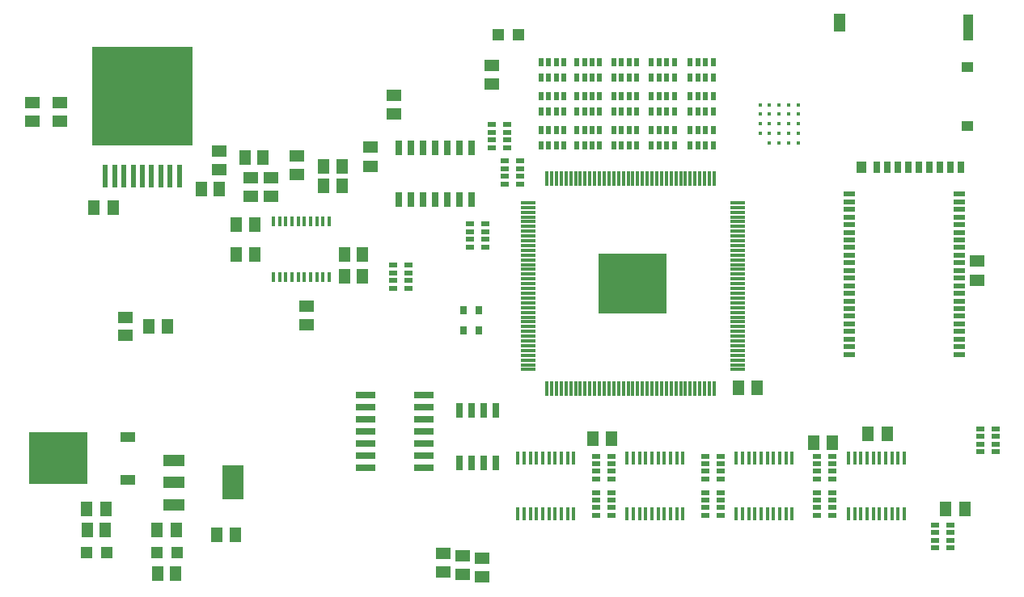
<source format=gbr>
G04 EAGLE Gerber RS-274X export*
G75*
%MOMM*%
%FSLAX34Y34*%
%LPD*%
%INSolderpaste Top*%
%IPPOS*%
%AMOC8*
5,1,8,0,0,1.08239X$1,22.5*%
G01*
%ADD10R,1.500000X0.350000*%
%ADD11R,0.350000X1.500000*%
%ADD12R,7.200000X6.350000*%
%ADD13R,0.500000X0.900000*%
%ADD14R,0.900000X0.500000*%
%ADD15R,0.450000X1.475000*%
%ADD16C,0.370000*%
%ADD17R,1.295000X0.600000*%
%ADD18R,2.032000X0.660400*%
%ADD19R,0.304800X0.990600*%
%ADD20R,1.300000X1.600000*%
%ADD21R,1.600000X1.300000*%
%ADD22R,1.300000X1.500000*%
%ADD23R,1.500000X1.300000*%
%ADD24R,0.600000X2.400000*%
%ADD25R,10.480000X10.420000*%
%ADD26R,1.600000X1.000000*%
%ADD27R,6.200000X5.400000*%
%ADD28R,2.235200X1.219200*%
%ADD29R,2.200000X3.600000*%
%ADD30R,1.200000X1.200000*%
%ADD31R,0.650000X0.900000*%
%ADD32R,0.650000X1.500000*%
%ADD33R,0.650000X1.525000*%
%ADD34R,0.700000X1.200000*%
%ADD35R,1.200000X1.000000*%
%ADD36R,1.000000X1.200000*%
%ADD37R,1.000000X2.800000*%
%ADD38R,1.300000X1.900000*%


D10*
X548145Y518315D03*
X548145Y513315D03*
X548145Y508315D03*
X548145Y503315D03*
X548145Y498315D03*
X548145Y493315D03*
X548145Y488315D03*
X548145Y483315D03*
X548145Y478315D03*
X548145Y473315D03*
X548145Y468315D03*
X548145Y463315D03*
X548145Y458315D03*
X548145Y453315D03*
X548145Y448315D03*
X548145Y443315D03*
X548145Y438315D03*
X548145Y433315D03*
X548145Y428315D03*
X548145Y423315D03*
X548145Y418315D03*
X548145Y413315D03*
X548145Y408315D03*
X548145Y403315D03*
X548145Y398315D03*
X548145Y393315D03*
X548145Y388315D03*
X548145Y383315D03*
X548145Y378315D03*
X548145Y373315D03*
X548145Y368315D03*
X548145Y363315D03*
X548145Y358315D03*
X548145Y353315D03*
X548145Y348315D03*
X548145Y343315D03*
D11*
X568145Y323315D03*
X573145Y323315D03*
X578145Y323315D03*
X583145Y323315D03*
X588145Y323315D03*
X593145Y323315D03*
X598145Y323315D03*
X603145Y323315D03*
X608145Y323315D03*
X613145Y323315D03*
X618145Y323315D03*
X623145Y323315D03*
X628145Y323315D03*
X633145Y323315D03*
X638145Y323315D03*
X643145Y323315D03*
X648145Y323315D03*
X653145Y323315D03*
X658145Y323315D03*
X663145Y323315D03*
X668145Y323315D03*
X673145Y323315D03*
X678145Y323315D03*
X683145Y323315D03*
X688145Y323315D03*
X693145Y323315D03*
X698145Y323315D03*
X703145Y323315D03*
X708145Y323315D03*
X713145Y323315D03*
X718145Y323315D03*
X723145Y323315D03*
X728145Y323315D03*
X733145Y323315D03*
X738145Y323315D03*
X743145Y323315D03*
D10*
X768145Y343315D03*
X768145Y348315D03*
X768145Y353315D03*
X768145Y358315D03*
X768145Y363315D03*
X768145Y368315D03*
X768145Y373315D03*
X768145Y378315D03*
X768145Y383315D03*
X768145Y388315D03*
X768145Y393315D03*
X768145Y398315D03*
X768145Y403315D03*
X768145Y408315D03*
X768145Y413315D03*
X768145Y418315D03*
X768145Y423315D03*
X768145Y428315D03*
X768145Y433315D03*
X768145Y438315D03*
X768145Y443315D03*
X768145Y448315D03*
X768145Y453315D03*
X768145Y458315D03*
X768145Y463315D03*
X768145Y468315D03*
X768145Y473315D03*
X768145Y478315D03*
X768145Y483315D03*
X768145Y488315D03*
X768145Y493315D03*
X768145Y498315D03*
X768145Y503315D03*
X768145Y508315D03*
X768145Y513315D03*
X768145Y518315D03*
D11*
X743145Y543315D03*
X738145Y543315D03*
X733145Y543315D03*
X728145Y543315D03*
X723145Y543315D03*
X718145Y543315D03*
X713145Y543315D03*
X708145Y543315D03*
X703145Y543315D03*
X698145Y543315D03*
X693145Y543315D03*
X688145Y543315D03*
X683145Y543315D03*
X678145Y543315D03*
X673145Y543315D03*
X668145Y543315D03*
X663145Y543315D03*
X658145Y543315D03*
X653145Y543315D03*
X648145Y543315D03*
X643145Y543315D03*
X638145Y543315D03*
X633145Y543315D03*
X628145Y543315D03*
X623145Y543315D03*
X618145Y543315D03*
X613145Y543315D03*
X608145Y543315D03*
X603145Y543315D03*
X598145Y543315D03*
X593145Y543315D03*
X588145Y543315D03*
X583145Y543315D03*
X578145Y543315D03*
X573145Y543315D03*
X568145Y543315D03*
D12*
X658145Y433315D03*
D13*
X742281Y629783D03*
X734281Y629783D03*
X726281Y629783D03*
X718281Y629783D03*
X718281Y613783D03*
X726281Y613783D03*
X734281Y613783D03*
X742281Y613783D03*
X742281Y594223D03*
X734281Y594223D03*
X726281Y594223D03*
X718281Y594223D03*
X718281Y578223D03*
X726281Y578223D03*
X734281Y578223D03*
X742281Y578223D03*
X701641Y629783D03*
X693641Y629783D03*
X685641Y629783D03*
X677641Y629783D03*
X677641Y613783D03*
X685641Y613783D03*
X693641Y613783D03*
X701641Y613783D03*
X701641Y594223D03*
X693641Y594223D03*
X685641Y594223D03*
X677641Y594223D03*
X677641Y578223D03*
X685641Y578223D03*
X693641Y578223D03*
X701641Y578223D03*
X742281Y665343D03*
X734281Y665343D03*
X726281Y665343D03*
X718281Y665343D03*
X718281Y649343D03*
X726281Y649343D03*
X734281Y649343D03*
X742281Y649343D03*
X701641Y665343D03*
X693641Y665343D03*
X685641Y665343D03*
X677641Y665343D03*
X677641Y649343D03*
X685641Y649343D03*
X693641Y649343D03*
X701641Y649343D03*
X662271Y629783D03*
X654271Y629783D03*
X646271Y629783D03*
X638271Y629783D03*
X638271Y613783D03*
X646271Y613783D03*
X654271Y613783D03*
X662271Y613783D03*
X662271Y594223D03*
X654271Y594223D03*
X646271Y594223D03*
X638271Y594223D03*
X638271Y578223D03*
X646271Y578223D03*
X654271Y578223D03*
X662271Y578223D03*
X662271Y665343D03*
X654271Y665343D03*
X646271Y665343D03*
X638271Y665343D03*
X638271Y649343D03*
X646271Y649343D03*
X654271Y649343D03*
X662271Y649343D03*
X623409Y629783D03*
X615409Y629783D03*
X607409Y629783D03*
X599409Y629783D03*
X599409Y613783D03*
X607409Y613783D03*
X615409Y613783D03*
X623409Y613783D03*
X623409Y594223D03*
X615409Y594223D03*
X607409Y594223D03*
X599409Y594223D03*
X599409Y578223D03*
X607409Y578223D03*
X615409Y578223D03*
X623409Y578223D03*
X585817Y629529D03*
X577817Y629529D03*
X569817Y629529D03*
X561817Y629529D03*
X561817Y613529D03*
X569817Y613529D03*
X577817Y613529D03*
X585817Y613529D03*
X585817Y594223D03*
X577817Y594223D03*
X569817Y594223D03*
X561817Y594223D03*
X561817Y578223D03*
X569817Y578223D03*
X577817Y578223D03*
X585817Y578223D03*
X623409Y665089D03*
X615409Y665089D03*
X607409Y665089D03*
X599409Y665089D03*
X599409Y649089D03*
X607409Y649089D03*
X615409Y649089D03*
X623409Y649089D03*
X585817Y665089D03*
X577817Y665089D03*
X569817Y665089D03*
X561817Y665089D03*
X561817Y649089D03*
X569817Y649089D03*
X577817Y649089D03*
X585817Y649089D03*
D14*
X423290Y428690D03*
X423290Y436690D03*
X423290Y444690D03*
X423290Y452690D03*
X407290Y452690D03*
X407290Y444690D03*
X407290Y436690D03*
X407290Y428690D03*
D15*
X537805Y192235D03*
X544305Y192235D03*
X550805Y192235D03*
X557305Y192235D03*
X563805Y192235D03*
X570305Y192235D03*
X576805Y192235D03*
X583305Y192235D03*
X589805Y192235D03*
X596305Y192235D03*
X596305Y250995D03*
X589805Y250995D03*
X583305Y250995D03*
X576805Y250995D03*
X570305Y250995D03*
X563805Y250995D03*
X557305Y250995D03*
X550805Y250995D03*
X544305Y250995D03*
X537805Y250995D03*
X652105Y192235D03*
X658605Y192235D03*
X665105Y192235D03*
X671605Y192235D03*
X678105Y192235D03*
X684605Y192235D03*
X691105Y192235D03*
X697605Y192235D03*
X704105Y192235D03*
X710605Y192235D03*
X710605Y250995D03*
X704105Y250995D03*
X697605Y250995D03*
X691105Y250995D03*
X684605Y250995D03*
X678105Y250995D03*
X671605Y250995D03*
X665105Y250995D03*
X658605Y250995D03*
X652105Y250995D03*
X766405Y192235D03*
X772905Y192235D03*
X779405Y192235D03*
X785905Y192235D03*
X792405Y192235D03*
X798905Y192235D03*
X805405Y192235D03*
X811905Y192235D03*
X818405Y192235D03*
X824905Y192235D03*
X824905Y250995D03*
X818405Y250995D03*
X811905Y250995D03*
X805405Y250995D03*
X798905Y250995D03*
X792405Y250995D03*
X785905Y250995D03*
X779405Y250995D03*
X772905Y250995D03*
X766405Y250995D03*
X883880Y192235D03*
X890380Y192235D03*
X896880Y192235D03*
X903380Y192235D03*
X909880Y192235D03*
X916380Y192235D03*
X922880Y192235D03*
X929380Y192235D03*
X935880Y192235D03*
X942380Y192235D03*
X942380Y250995D03*
X935880Y250995D03*
X929380Y250995D03*
X922880Y250995D03*
X916380Y250995D03*
X909880Y250995D03*
X903380Y250995D03*
X896880Y250995D03*
X890380Y250995D03*
X883880Y250995D03*
D14*
X867155Y190565D03*
X867155Y198565D03*
X867155Y206565D03*
X867155Y214565D03*
X851155Y214565D03*
X851155Y206565D03*
X851155Y198565D03*
X851155Y190565D03*
X867155Y228665D03*
X867155Y236665D03*
X867155Y244665D03*
X867155Y252665D03*
X851155Y252665D03*
X851155Y244665D03*
X851155Y236665D03*
X851155Y228665D03*
X749680Y190565D03*
X749680Y198565D03*
X749680Y206565D03*
X749680Y214565D03*
X733680Y214565D03*
X733680Y206565D03*
X733680Y198565D03*
X733680Y190565D03*
X749680Y228665D03*
X749680Y236665D03*
X749680Y244665D03*
X749680Y252665D03*
X733680Y252665D03*
X733680Y244665D03*
X733680Y236665D03*
X733680Y228665D03*
X635380Y190565D03*
X635380Y198565D03*
X635380Y206565D03*
X635380Y214565D03*
X619380Y214565D03*
X619380Y206565D03*
X619380Y198565D03*
X619380Y190565D03*
X635380Y228665D03*
X635380Y236665D03*
X635380Y244665D03*
X635380Y252665D03*
X619380Y252665D03*
X619380Y244665D03*
X619380Y236665D03*
X619380Y228665D03*
D16*
X791230Y590960D03*
X791230Y600960D03*
X791230Y610960D03*
X791230Y620960D03*
X801230Y580960D03*
X801230Y590960D03*
X801230Y600960D03*
X801230Y610960D03*
X801230Y620960D03*
X811230Y580960D03*
X811230Y590960D03*
X811230Y600960D03*
X811230Y610960D03*
X811230Y620960D03*
X821230Y580960D03*
X821230Y590960D03*
X821230Y600960D03*
X821230Y610960D03*
X821230Y620960D03*
X831230Y580960D03*
X831230Y590960D03*
X831230Y600960D03*
X831230Y610960D03*
X831230Y620960D03*
D14*
X1037970Y257240D03*
X1037970Y265240D03*
X1037970Y273240D03*
X1037970Y281240D03*
X1021970Y281240D03*
X1021970Y273240D03*
X1021970Y265240D03*
X1021970Y257240D03*
X990290Y156620D03*
X990290Y164620D03*
X990290Y172620D03*
X990290Y180620D03*
X974290Y180620D03*
X974290Y172620D03*
X974290Y164620D03*
X974290Y156620D03*
D17*
X885060Y527230D03*
X885060Y519230D03*
X885060Y511230D03*
X885060Y503230D03*
X885060Y495230D03*
X885060Y487230D03*
X885060Y479230D03*
X885060Y471230D03*
X885060Y463230D03*
X885060Y455230D03*
X885060Y447230D03*
X885060Y439230D03*
X885060Y431230D03*
X885060Y423230D03*
X885060Y415230D03*
X885060Y407230D03*
X885060Y399230D03*
X885060Y391230D03*
X885060Y383230D03*
X885060Y375230D03*
X885060Y367230D03*
X885060Y359230D03*
X999620Y359230D03*
X999620Y367230D03*
X999620Y375230D03*
X999620Y383230D03*
X999620Y391230D03*
X999620Y399230D03*
X999620Y407230D03*
X999620Y415230D03*
X999620Y423230D03*
X999620Y431230D03*
X999620Y439230D03*
X999620Y447230D03*
X999620Y455230D03*
X999620Y463230D03*
X999620Y471230D03*
X999620Y479230D03*
X999620Y487230D03*
X999620Y495230D03*
X999620Y503230D03*
X999620Y511230D03*
X999620Y519230D03*
X999620Y527230D03*
D18*
X378206Y316230D03*
X439674Y316230D03*
X378206Y303530D03*
X378206Y290830D03*
X439674Y303530D03*
X439674Y290830D03*
X378206Y278130D03*
X439674Y278130D03*
X378206Y265430D03*
X378206Y252730D03*
X439674Y265430D03*
X439674Y252730D03*
X378206Y240030D03*
X439674Y240030D03*
D14*
X524130Y561910D03*
X524130Y553910D03*
X524130Y545910D03*
X524130Y537910D03*
X540130Y537910D03*
X540130Y545910D03*
X540130Y553910D03*
X540130Y561910D03*
D19*
X281900Y440237D03*
X288400Y440237D03*
X294900Y440237D03*
X301400Y440237D03*
X307900Y440237D03*
X314400Y440237D03*
X320900Y440237D03*
X327400Y440237D03*
X333900Y440237D03*
X340400Y440237D03*
X340400Y498593D03*
X333900Y498593D03*
X327400Y498593D03*
X320900Y498593D03*
X314400Y498593D03*
X307900Y498593D03*
X301400Y498593D03*
X294900Y498593D03*
X288400Y498593D03*
X281900Y498593D03*
D20*
X262730Y495300D03*
X242730Y495300D03*
X262730Y463550D03*
X242730Y463550D03*
D21*
X279400Y524670D03*
X279400Y544670D03*
D22*
X375260Y463550D03*
X356260Y463550D03*
X375260Y440690D03*
X356260Y440690D03*
D20*
X334170Y556260D03*
X354170Y556260D03*
D22*
X353670Y535940D03*
X334670Y535940D03*
D23*
X257810Y544170D03*
X257810Y525170D03*
D20*
X106520Y196850D03*
X86520Y196850D03*
X180180Y175260D03*
X160180Y175260D03*
D24*
X105880Y546400D03*
X115580Y546400D03*
X125280Y546400D03*
X134980Y546400D03*
X144680Y546400D03*
X154380Y546400D03*
X164080Y546400D03*
X173780Y546400D03*
X183480Y546400D03*
D25*
X144780Y630100D03*
D21*
X58420Y623410D03*
X58420Y603410D03*
X29210Y623410D03*
X29210Y603410D03*
D23*
X127000Y379120D03*
X127000Y398120D03*
D22*
X225400Y532130D03*
X206400Y532130D03*
D20*
X151290Y388620D03*
X171290Y388620D03*
D21*
X224790Y552610D03*
X224790Y572610D03*
D26*
X129280Y227390D03*
X129280Y272990D03*
D27*
X56280Y250190D03*
D20*
X222410Y170180D03*
X242410Y170180D03*
D28*
X177292Y247904D03*
X177292Y224790D03*
X177292Y201676D03*
D29*
X239270Y224790D03*
D30*
X538060Y693850D03*
X517060Y693850D03*
D23*
X510660Y661850D03*
X510660Y642850D03*
D30*
X107020Y151130D03*
X86020Y151130D03*
X180680Y151130D03*
X159680Y151130D03*
D22*
X106020Y175260D03*
X87020Y175260D03*
X179680Y129540D03*
X160680Y129540D03*
D31*
X480700Y405470D03*
X480700Y384470D03*
X497200Y384470D03*
X497200Y405470D03*
D21*
X1018540Y437040D03*
X1018540Y457040D03*
X383540Y556420D03*
X383540Y576420D03*
X316230Y410050D03*
X316230Y390050D03*
D20*
X768510Y323850D03*
X788510Y323850D03*
X904400Y275590D03*
X924400Y275590D03*
X867250Y266700D03*
X847250Y266700D03*
X1005680Y196850D03*
X985680Y196850D03*
X636110Y270510D03*
X616110Y270510D03*
X114140Y513080D03*
X94140Y513080D03*
D32*
X412750Y521640D03*
X425450Y521640D03*
X438150Y521640D03*
X450850Y521640D03*
X463550Y521640D03*
X476250Y521640D03*
X488950Y521640D03*
X488950Y575640D03*
X476250Y575640D03*
X463550Y575640D03*
X450850Y575640D03*
X438150Y575640D03*
X425450Y575640D03*
X412750Y575640D03*
D14*
X487300Y495870D03*
X487300Y487870D03*
X487300Y479870D03*
X487300Y471870D03*
X503300Y471870D03*
X503300Y479870D03*
X503300Y487870D03*
X503300Y495870D03*
D33*
X514350Y300170D03*
X501650Y300170D03*
X488950Y300170D03*
X476250Y300170D03*
X476250Y245930D03*
X488950Y245930D03*
X501650Y245930D03*
X514350Y245930D03*
D23*
X500380Y145390D03*
X500380Y126390D03*
X480060Y147930D03*
X480060Y128930D03*
X459740Y150470D03*
X459740Y131470D03*
D14*
X526160Y576010D03*
X526160Y584010D03*
X526160Y592010D03*
X526160Y600010D03*
X510160Y600010D03*
X510160Y592010D03*
X510160Y584010D03*
X510160Y576010D03*
D34*
X913130Y555690D03*
X924130Y555690D03*
X935130Y555690D03*
X946130Y555690D03*
X957130Y555690D03*
X968130Y555690D03*
X979130Y555690D03*
X990130Y555690D03*
D35*
X1008130Y660690D03*
D34*
X1001130Y555690D03*
D36*
X897630Y555690D03*
D35*
X1008130Y598690D03*
D37*
X1009130Y702190D03*
D38*
X874130Y706690D03*
D23*
X306070Y548030D03*
X306070Y567030D03*
D22*
X271120Y565150D03*
X252120Y565150D03*
D21*
X407670Y611030D03*
X407670Y631030D03*
M02*

</source>
